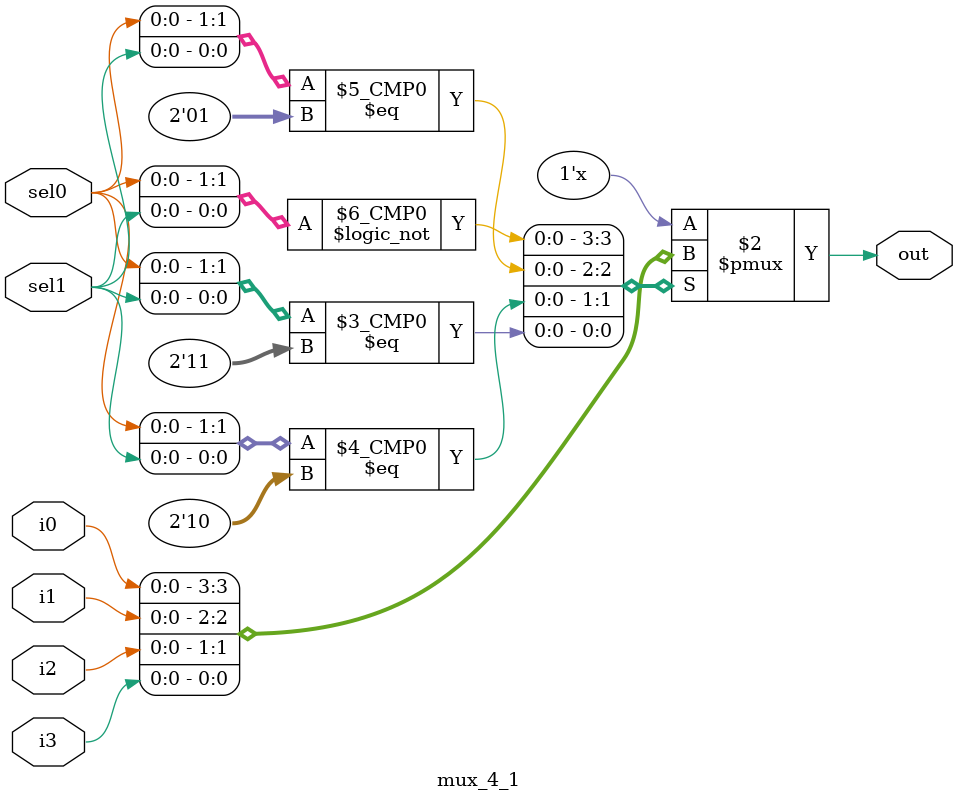
<source format=v>
module mux_4_1(
input sel0,sel1,i0,i1,i2,i3,
output reg out);
always @(*)
begin
case({sel0,sel1})
2'b00:out=i0;
2'b01:out=i1;
2'b10:out=i2;
2'b11:out=i3;
default:out=1'b0;
endcase
end
endmodule

</source>
